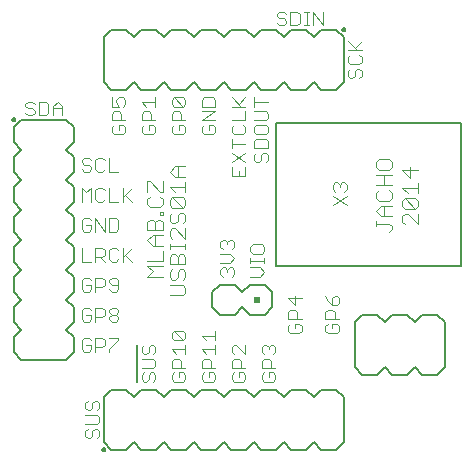
<source format=gbr>
G75*
G70*
%OFA0B0*%
%FSLAX24Y24*%
%IPPOS*%
%LPD*%
%AMOC8*
5,1,8,0,0,1.08239X$1,22.5*
%
%ADD10C,0.0040*%
%ADD11C,0.0050*%
%ADD12C,0.0060*%
%ADD13R,0.0200X0.0200*%
D10*
X003776Y003663D02*
X003700Y003740D01*
X003700Y003894D01*
X003776Y003970D01*
X003700Y004124D02*
X004083Y004124D01*
X004160Y004200D01*
X004160Y004354D01*
X004083Y004431D01*
X003700Y004431D01*
X003776Y004584D02*
X003853Y004584D01*
X003930Y004661D01*
X003930Y004814D01*
X004007Y004891D01*
X004083Y004891D01*
X004160Y004814D01*
X004160Y004661D01*
X004083Y004584D01*
X003776Y004584D02*
X003700Y004661D01*
X003700Y004814D01*
X003776Y004891D01*
X004007Y003970D02*
X004083Y003970D01*
X004160Y003894D01*
X004160Y003740D01*
X004083Y003663D01*
X003930Y003740D02*
X003930Y003894D01*
X004007Y003970D01*
X003930Y003740D02*
X003853Y003663D01*
X003776Y003663D01*
X005651Y005538D02*
X005728Y005538D01*
X005805Y005615D01*
X005805Y005769D01*
X005882Y005845D01*
X005958Y005845D01*
X006035Y005769D01*
X006035Y005615D01*
X005958Y005538D01*
X005651Y005538D02*
X005575Y005615D01*
X005575Y005769D01*
X005651Y005845D01*
X005575Y005999D02*
X005958Y005999D01*
X006035Y006075D01*
X006035Y006229D01*
X005958Y006306D01*
X005575Y006306D01*
X005651Y006459D02*
X005728Y006459D01*
X005805Y006536D01*
X005805Y006689D01*
X005882Y006766D01*
X005958Y006766D01*
X006035Y006689D01*
X006035Y006536D01*
X005958Y006459D01*
X005651Y006459D02*
X005575Y006536D01*
X005575Y006689D01*
X005651Y006766D01*
X004803Y006922D02*
X004496Y006615D01*
X004496Y006538D01*
X004266Y006692D02*
X004342Y006769D01*
X004342Y006922D01*
X004266Y006999D01*
X004035Y006999D01*
X004035Y006538D01*
X004035Y006692D02*
X004266Y006692D01*
X004496Y006999D02*
X004803Y006999D01*
X004803Y006922D01*
X004726Y007538D02*
X004573Y007538D01*
X004496Y007615D01*
X004496Y007692D01*
X004573Y007769D01*
X004726Y007769D01*
X004803Y007692D01*
X004803Y007615D01*
X004726Y007538D01*
X004726Y007769D02*
X004803Y007845D01*
X004803Y007922D01*
X004726Y007999D01*
X004573Y007999D01*
X004496Y007922D01*
X004496Y007845D01*
X004573Y007769D01*
X004342Y007769D02*
X004342Y007922D01*
X004266Y007999D01*
X004035Y007999D01*
X004035Y007538D01*
X004035Y007692D02*
X004266Y007692D01*
X004342Y007769D01*
X003882Y007769D02*
X003728Y007769D01*
X003882Y007769D02*
X003882Y007615D01*
X003805Y007538D01*
X003652Y007538D01*
X003575Y007615D01*
X003575Y007922D01*
X003652Y007999D01*
X003805Y007999D01*
X003882Y007922D01*
X003805Y008538D02*
X003652Y008538D01*
X003575Y008615D01*
X003575Y008922D01*
X003652Y008999D01*
X003805Y008999D01*
X003882Y008922D01*
X003882Y008769D02*
X003728Y008769D01*
X003882Y008769D02*
X003882Y008615D01*
X003805Y008538D01*
X004035Y008538D02*
X004035Y008999D01*
X004266Y008999D01*
X004342Y008922D01*
X004342Y008769D01*
X004266Y008692D01*
X004035Y008692D01*
X004496Y008615D02*
X004573Y008538D01*
X004726Y008538D01*
X004803Y008615D01*
X004803Y008922D01*
X004726Y008999D01*
X004573Y008999D01*
X004496Y008922D01*
X004496Y008845D01*
X004573Y008769D01*
X004803Y008769D01*
X004726Y009538D02*
X004573Y009538D01*
X004496Y009615D01*
X004496Y009922D01*
X004573Y009999D01*
X004726Y009999D01*
X004803Y009922D01*
X004956Y009999D02*
X004956Y009538D01*
X004956Y009692D02*
X005263Y009999D01*
X005033Y009769D02*
X005263Y009538D01*
X005765Y009554D02*
X006285Y009554D01*
X006285Y009901D01*
X006285Y010070D02*
X005938Y010070D01*
X005765Y010243D01*
X005938Y010417D01*
X006285Y010417D01*
X006285Y010585D02*
X006285Y010845D01*
X006198Y010932D01*
X006112Y010932D01*
X006025Y010845D01*
X006025Y010585D01*
X006025Y010417D02*
X006025Y010070D01*
X006515Y010047D02*
X007035Y010047D01*
X007035Y009960D02*
X007035Y010134D01*
X007035Y010304D02*
X006688Y010651D01*
X006601Y010651D01*
X006515Y010564D01*
X006515Y010391D01*
X006601Y010304D01*
X006515Y010134D02*
X006515Y009960D01*
X006601Y009792D02*
X006515Y009705D01*
X006515Y009445D01*
X007035Y009445D01*
X007035Y009705D01*
X006948Y009792D01*
X006862Y009792D01*
X006775Y009705D01*
X006775Y009445D01*
X006862Y009276D02*
X006948Y009276D01*
X007035Y009189D01*
X007035Y009016D01*
X006948Y008929D01*
X006948Y008760D02*
X006515Y008760D01*
X006601Y008929D02*
X006515Y009016D01*
X006515Y009189D01*
X006601Y009276D01*
X006775Y009189D02*
X006775Y009016D01*
X006688Y008929D01*
X006601Y008929D01*
X006775Y009189D02*
X006862Y009276D01*
X006948Y008760D02*
X007035Y008674D01*
X007035Y008500D01*
X006948Y008413D01*
X006515Y008413D01*
X006285Y009038D02*
X005765Y009038D01*
X005938Y009212D01*
X005765Y009385D01*
X006285Y009385D01*
X006601Y009792D02*
X006688Y009792D01*
X006775Y009705D01*
X007035Y010304D02*
X007035Y010651D01*
X006948Y010820D02*
X007035Y010906D01*
X007035Y011080D01*
X006948Y011167D01*
X006862Y011167D01*
X006775Y011080D01*
X006775Y010906D01*
X006688Y010820D01*
X006601Y010820D01*
X006515Y010906D01*
X006515Y011080D01*
X006601Y011167D01*
X006601Y011335D02*
X006515Y011422D01*
X006515Y011595D01*
X006601Y011682D01*
X006948Y011335D01*
X007035Y011422D01*
X007035Y011595D01*
X006948Y011682D01*
X006601Y011682D01*
X006688Y011851D02*
X006515Y012024D01*
X007035Y012024D01*
X007035Y011851D02*
X007035Y012198D01*
X007035Y012367D02*
X006688Y012367D01*
X006515Y012540D01*
X006688Y012714D01*
X007035Y012714D01*
X006775Y012714D02*
X006775Y012367D01*
X006285Y012221D02*
X006285Y011874D01*
X006198Y011874D01*
X005851Y012221D01*
X005765Y012221D01*
X005765Y011874D01*
X005851Y011706D02*
X005765Y011619D01*
X005765Y011445D01*
X005851Y011359D01*
X006198Y011359D01*
X006285Y011445D01*
X006285Y011619D01*
X006198Y011706D01*
X006601Y011335D02*
X006948Y011335D01*
X006285Y011188D02*
X006285Y011101D01*
X006198Y011101D01*
X006198Y011188D01*
X006285Y011188D01*
X006025Y010845D02*
X005938Y010932D01*
X005851Y010932D01*
X005765Y010845D01*
X005765Y010585D01*
X006285Y010585D01*
X005263Y011538D02*
X005033Y011769D01*
X004956Y011692D02*
X005263Y011999D01*
X004956Y011999D02*
X004956Y011538D01*
X004803Y011538D02*
X004496Y011538D01*
X004496Y011999D01*
X004342Y011922D02*
X004266Y011999D01*
X004112Y011999D01*
X004035Y011922D01*
X004035Y011615D01*
X004112Y011538D01*
X004266Y011538D01*
X004342Y011615D01*
X003882Y011538D02*
X003882Y011999D01*
X003728Y011845D01*
X003575Y011999D01*
X003575Y011538D01*
X003652Y010999D02*
X003575Y010922D01*
X003575Y010615D01*
X003652Y010538D01*
X003805Y010538D01*
X003882Y010615D01*
X003882Y010769D01*
X003728Y010769D01*
X003882Y010922D02*
X003805Y010999D01*
X003652Y010999D01*
X004035Y010999D02*
X004342Y010538D01*
X004342Y010999D01*
X004496Y010999D02*
X004726Y010999D01*
X004803Y010922D01*
X004803Y010615D01*
X004726Y010538D01*
X004496Y010538D01*
X004496Y010999D01*
X004035Y010999D02*
X004035Y010538D01*
X004035Y009999D02*
X004266Y009999D01*
X004342Y009922D01*
X004342Y009769D01*
X004266Y009692D01*
X004035Y009692D01*
X004035Y009538D02*
X004035Y009999D01*
X004189Y009692D02*
X004342Y009538D01*
X004726Y009538D02*
X004803Y009615D01*
X003882Y009538D02*
X003575Y009538D01*
X003575Y009999D01*
X003652Y012538D02*
X003575Y012615D01*
X003652Y012538D02*
X003805Y012538D01*
X003882Y012615D01*
X003882Y012692D01*
X003805Y012769D01*
X003652Y012769D01*
X003575Y012845D01*
X003575Y012922D01*
X003652Y012999D01*
X003805Y012999D01*
X003882Y012922D01*
X004035Y012922D02*
X004035Y012615D01*
X004112Y012538D01*
X004266Y012538D01*
X004342Y012615D01*
X004496Y012538D02*
X004803Y012538D01*
X004496Y012538D02*
X004496Y012999D01*
X004342Y012922D02*
X004266Y012999D01*
X004112Y012999D01*
X004035Y012922D01*
X004651Y013782D02*
X004958Y013782D01*
X005035Y013859D01*
X005035Y014012D01*
X004958Y014089D01*
X004805Y014089D01*
X004805Y013936D01*
X004651Y014089D02*
X004575Y014012D01*
X004575Y013859D01*
X004651Y013782D01*
X004575Y014243D02*
X004575Y014473D01*
X004651Y014549D01*
X004805Y014549D01*
X004882Y014473D01*
X004882Y014243D01*
X005035Y014243D02*
X004575Y014243D01*
X004575Y014703D02*
X004805Y014703D01*
X004728Y014856D01*
X004728Y014933D01*
X004805Y015010D01*
X004958Y015010D01*
X005035Y014933D01*
X005035Y014780D01*
X004958Y014703D01*
X004575Y014703D02*
X004575Y015010D01*
X005575Y014856D02*
X006035Y014856D01*
X006035Y014703D02*
X006035Y015010D01*
X005728Y014703D02*
X005575Y014856D01*
X005651Y014549D02*
X005805Y014549D01*
X005882Y014473D01*
X005882Y014243D01*
X006035Y014243D02*
X005575Y014243D01*
X005575Y014473D01*
X005651Y014549D01*
X005651Y014089D02*
X005575Y014012D01*
X005575Y013859D01*
X005651Y013782D01*
X005958Y013782D01*
X006035Y013859D01*
X006035Y014012D01*
X005958Y014089D01*
X005805Y014089D01*
X005805Y013936D01*
X006575Y014012D02*
X006575Y013859D01*
X006651Y013782D01*
X006958Y013782D01*
X007035Y013859D01*
X007035Y014012D01*
X006958Y014089D01*
X006805Y014089D01*
X006805Y013936D01*
X006651Y014089D02*
X006575Y014012D01*
X006575Y014243D02*
X006575Y014473D01*
X006651Y014549D01*
X006805Y014549D01*
X006882Y014473D01*
X006882Y014243D01*
X007035Y014243D02*
X006575Y014243D01*
X006651Y014703D02*
X006575Y014780D01*
X006575Y014933D01*
X006651Y015010D01*
X006958Y014703D01*
X007035Y014780D01*
X007035Y014933D01*
X006958Y015010D01*
X006651Y015010D01*
X006651Y014703D02*
X006958Y014703D01*
X007575Y014703D02*
X007575Y014933D01*
X007651Y015010D01*
X007958Y015010D01*
X008035Y014933D01*
X008035Y014703D01*
X007575Y014703D01*
X007575Y014549D02*
X008035Y014549D01*
X007575Y014243D01*
X008035Y014243D01*
X007958Y014089D02*
X007805Y014089D01*
X007805Y013936D01*
X007958Y014089D02*
X008035Y014012D01*
X008035Y013859D01*
X007958Y013782D01*
X007651Y013782D01*
X007575Y013859D01*
X007575Y014012D01*
X007651Y014089D01*
X008575Y014012D02*
X008575Y013859D01*
X008651Y013782D01*
X008958Y013782D01*
X009035Y013859D01*
X009035Y014012D01*
X008958Y014089D01*
X009035Y014243D02*
X009035Y014549D01*
X009035Y014703D02*
X008575Y014703D01*
X008882Y014703D02*
X008575Y015010D01*
X008805Y014780D02*
X009035Y015010D01*
X009325Y015010D02*
X009325Y014703D01*
X009325Y014856D02*
X009785Y014856D01*
X009708Y014549D02*
X009325Y014549D01*
X009325Y014243D02*
X009708Y014243D01*
X009785Y014319D01*
X009785Y014473D01*
X009708Y014549D01*
X009708Y014089D02*
X009401Y014089D01*
X009325Y014012D01*
X009325Y013859D01*
X009401Y013782D01*
X009708Y013782D01*
X009785Y013859D01*
X009785Y014012D01*
X009708Y014089D01*
X009708Y013629D02*
X009401Y013629D01*
X009325Y013552D01*
X009325Y013322D01*
X009785Y013322D01*
X009785Y013552D01*
X009708Y013629D01*
X009708Y013168D02*
X009785Y013092D01*
X009785Y012938D01*
X009708Y012861D01*
X009555Y012938D02*
X009555Y013092D01*
X009632Y013168D01*
X009708Y013168D01*
X009555Y012938D02*
X009478Y012861D01*
X009401Y012861D01*
X009325Y012938D01*
X009325Y013092D01*
X009401Y013168D01*
X009035Y013168D02*
X008575Y012861D01*
X008575Y012708D02*
X008575Y012401D01*
X009035Y012401D01*
X009035Y012708D01*
X009035Y012861D02*
X008575Y013168D01*
X008575Y013322D02*
X008575Y013629D01*
X008575Y013475D02*
X009035Y013475D01*
X008575Y014012D02*
X008651Y014089D01*
X008575Y014243D02*
X009035Y014243D01*
X008805Y012554D02*
X008805Y012401D01*
X008583Y010266D02*
X008660Y010189D01*
X008660Y010036D01*
X008583Y009959D01*
X008507Y009806D02*
X008200Y009806D01*
X008276Y009959D02*
X008200Y010036D01*
X008200Y010189D01*
X008276Y010266D01*
X008353Y010266D01*
X008430Y010189D01*
X008507Y010266D01*
X008583Y010266D01*
X008430Y010189D02*
X008430Y010113D01*
X008507Y009806D02*
X008660Y009652D01*
X008507Y009499D01*
X008200Y009499D01*
X008276Y009345D02*
X008353Y009345D01*
X008430Y009269D01*
X008507Y009345D01*
X008583Y009345D01*
X008660Y009269D01*
X008660Y009115D01*
X008583Y009038D01*
X008430Y009192D02*
X008430Y009269D01*
X008276Y009345D02*
X008200Y009269D01*
X008200Y009115D01*
X008276Y009038D01*
X009200Y009038D02*
X009507Y009038D01*
X009660Y009192D01*
X009507Y009345D01*
X009200Y009345D01*
X009200Y009499D02*
X009200Y009652D01*
X009200Y009575D02*
X009660Y009575D01*
X009660Y009499D02*
X009660Y009652D01*
X009583Y009806D02*
X009660Y009882D01*
X009660Y010036D01*
X009583Y010113D01*
X009276Y010113D01*
X009200Y010036D01*
X009200Y009882D01*
X009276Y009806D01*
X009583Y009806D01*
X010680Y008391D02*
X010680Y008084D01*
X010450Y008314D01*
X010910Y008314D01*
X010680Y007931D02*
X010526Y007931D01*
X010450Y007854D01*
X010450Y007624D01*
X010910Y007624D01*
X010757Y007624D02*
X010757Y007854D01*
X010680Y007931D01*
X010680Y007470D02*
X010680Y007317D01*
X010680Y007470D02*
X010833Y007470D01*
X010910Y007394D01*
X010910Y007240D01*
X010833Y007163D01*
X010526Y007163D01*
X010450Y007240D01*
X010450Y007394D01*
X010526Y007470D01*
X009958Y006766D02*
X009882Y006766D01*
X009805Y006689D01*
X009805Y006613D01*
X009805Y006689D02*
X009728Y006766D01*
X009651Y006766D01*
X009575Y006689D01*
X009575Y006536D01*
X009651Y006459D01*
X009651Y006306D02*
X009805Y006306D01*
X009882Y006229D01*
X009882Y005999D01*
X010035Y005999D02*
X009575Y005999D01*
X009575Y006229D01*
X009651Y006306D01*
X009958Y006459D02*
X010035Y006536D01*
X010035Y006689D01*
X009958Y006766D01*
X009958Y005845D02*
X009805Y005845D01*
X009805Y005692D01*
X009958Y005845D02*
X010035Y005769D01*
X010035Y005615D01*
X009958Y005538D01*
X009651Y005538D01*
X009575Y005615D01*
X009575Y005769D01*
X009651Y005845D01*
X009035Y005769D02*
X009035Y005615D01*
X008958Y005538D01*
X008651Y005538D01*
X008575Y005615D01*
X008575Y005769D01*
X008651Y005845D01*
X008805Y005845D02*
X008805Y005692D01*
X008805Y005845D02*
X008958Y005845D01*
X009035Y005769D01*
X009035Y005999D02*
X008575Y005999D01*
X008575Y006229D01*
X008651Y006306D01*
X008805Y006306D01*
X008882Y006229D01*
X008882Y005999D01*
X009035Y006459D02*
X008728Y006766D01*
X008651Y006766D01*
X008575Y006689D01*
X008575Y006536D01*
X008651Y006459D01*
X009035Y006459D02*
X009035Y006766D01*
X008035Y006766D02*
X008035Y006459D01*
X008035Y006613D02*
X007575Y006613D01*
X007728Y006459D01*
X007651Y006306D02*
X007805Y006306D01*
X007882Y006229D01*
X007882Y005999D01*
X008035Y005999D02*
X007575Y005999D01*
X007575Y006229D01*
X007651Y006306D01*
X007651Y005845D02*
X007575Y005769D01*
X007575Y005615D01*
X007651Y005538D01*
X007958Y005538D01*
X008035Y005615D01*
X008035Y005769D01*
X007958Y005845D01*
X007805Y005845D01*
X007805Y005692D01*
X007035Y005615D02*
X007035Y005769D01*
X006958Y005845D01*
X006805Y005845D01*
X006805Y005692D01*
X006651Y005845D02*
X006575Y005769D01*
X006575Y005615D01*
X006651Y005538D01*
X006958Y005538D01*
X007035Y005615D01*
X007035Y005999D02*
X006575Y005999D01*
X006575Y006229D01*
X006651Y006306D01*
X006805Y006306D01*
X006882Y006229D01*
X006882Y005999D01*
X007035Y006459D02*
X007035Y006766D01*
X007035Y006613D02*
X006575Y006613D01*
X006728Y006459D01*
X006651Y006919D02*
X006575Y006996D01*
X006575Y007150D01*
X006651Y007226D01*
X006958Y006919D01*
X007035Y006996D01*
X007035Y007150D01*
X006958Y007226D01*
X006651Y007226D01*
X006651Y006919D02*
X006958Y006919D01*
X007575Y007073D02*
X008035Y007073D01*
X008035Y007226D02*
X008035Y006919D01*
X007728Y006919D02*
X007575Y007073D01*
X003882Y006922D02*
X003805Y006999D01*
X003652Y006999D01*
X003575Y006922D01*
X003575Y006615D01*
X003652Y006538D01*
X003805Y006538D01*
X003882Y006615D01*
X003882Y006769D01*
X003728Y006769D01*
X002928Y014413D02*
X002928Y014720D01*
X002774Y014874D01*
X002621Y014720D01*
X002621Y014413D01*
X002467Y014490D02*
X002467Y014797D01*
X002391Y014874D01*
X002160Y014874D01*
X002160Y014413D01*
X002391Y014413D01*
X002467Y014490D01*
X002621Y014644D02*
X002928Y014644D01*
X002007Y014567D02*
X002007Y014490D01*
X001930Y014413D01*
X001777Y014413D01*
X001700Y014490D01*
X001777Y014644D02*
X001930Y014644D01*
X002007Y014567D01*
X002007Y014797D02*
X001930Y014874D01*
X001777Y014874D01*
X001700Y014797D01*
X001700Y014720D01*
X001777Y014644D01*
X010075Y017490D02*
X010152Y017413D01*
X010305Y017413D01*
X010382Y017490D01*
X010382Y017567D01*
X010305Y017644D01*
X010152Y017644D01*
X010075Y017720D01*
X010075Y017797D01*
X010152Y017874D01*
X010305Y017874D01*
X010382Y017797D01*
X010535Y017874D02*
X010766Y017874D01*
X010842Y017797D01*
X010842Y017490D01*
X010766Y017413D01*
X010535Y017413D01*
X010535Y017874D01*
X010996Y017874D02*
X011149Y017874D01*
X011073Y017874D02*
X011073Y017413D01*
X011149Y017413D02*
X010996Y017413D01*
X011303Y017413D02*
X011303Y017874D01*
X011610Y017413D01*
X011610Y017874D01*
X012450Y016885D02*
X012757Y016578D01*
X012680Y016655D02*
X012910Y016885D01*
X012910Y016578D02*
X012450Y016578D01*
X012526Y016424D02*
X012450Y016348D01*
X012450Y016194D01*
X012526Y016118D01*
X012833Y016118D01*
X012910Y016194D01*
X012910Y016348D01*
X012833Y016424D01*
X012833Y015964D02*
X012910Y015887D01*
X012910Y015734D01*
X012833Y015657D01*
X012680Y015734D02*
X012680Y015887D01*
X012757Y015964D01*
X012833Y015964D01*
X012680Y015734D02*
X012603Y015657D01*
X012526Y015657D01*
X012450Y015734D01*
X012450Y015887D01*
X012526Y015964D01*
X013476Y012948D02*
X013390Y012861D01*
X013390Y012688D01*
X013476Y012601D01*
X013823Y012601D01*
X013910Y012688D01*
X013910Y012861D01*
X013823Y012948D01*
X013476Y012948D01*
X013390Y012432D02*
X013910Y012432D01*
X013650Y012432D02*
X013650Y012085D01*
X013823Y011917D02*
X013910Y011830D01*
X013910Y011656D01*
X013823Y011570D01*
X013476Y011570D01*
X013390Y011656D01*
X013390Y011830D01*
X013476Y011917D01*
X013390Y012085D02*
X013910Y012085D01*
X014265Y011993D02*
X014785Y011993D01*
X014785Y011820D02*
X014785Y012167D01*
X014525Y012335D02*
X014525Y012682D01*
X014785Y012595D02*
X014265Y012595D01*
X014525Y012335D01*
X014265Y011993D02*
X014438Y011820D01*
X014351Y011651D02*
X014698Y011304D01*
X014785Y011391D01*
X014785Y011564D01*
X014698Y011651D01*
X014351Y011651D01*
X014265Y011564D01*
X014265Y011391D01*
X014351Y011304D01*
X014698Y011304D01*
X014785Y011135D02*
X014785Y010788D01*
X014438Y011135D01*
X014351Y011135D01*
X014265Y011049D01*
X014265Y010875D01*
X014351Y010788D01*
X013910Y010712D02*
X013823Y010799D01*
X013390Y010799D01*
X013390Y010885D02*
X013390Y010712D01*
X013563Y011054D02*
X013390Y011227D01*
X013563Y011401D01*
X013910Y011401D01*
X013650Y011401D02*
X013650Y011054D01*
X013563Y011054D02*
X013910Y011054D01*
X013910Y010712D02*
X013910Y010625D01*
X013823Y010538D01*
X012410Y011413D02*
X011950Y011720D01*
X012026Y011874D02*
X011950Y011950D01*
X011950Y012104D01*
X012026Y012181D01*
X012103Y012181D01*
X012180Y012104D01*
X012257Y012181D01*
X012333Y012181D01*
X012410Y012104D01*
X012410Y011950D01*
X012333Y011874D01*
X012410Y011720D02*
X011950Y011413D01*
X012180Y012027D02*
X012180Y012104D01*
X012083Y008391D02*
X012007Y008391D01*
X011930Y008314D01*
X011930Y008084D01*
X012083Y008084D01*
X012160Y008161D01*
X012160Y008314D01*
X012083Y008391D01*
X011776Y008238D02*
X011930Y008084D01*
X011930Y007931D02*
X011776Y007931D01*
X011700Y007854D01*
X011700Y007624D01*
X012160Y007624D01*
X012007Y007624D02*
X012007Y007854D01*
X011930Y007931D01*
X011776Y008238D02*
X011700Y008391D01*
X011776Y007470D02*
X011700Y007394D01*
X011700Y007240D01*
X011776Y007163D01*
X012083Y007163D01*
X012160Y007240D01*
X012160Y007394D01*
X012083Y007470D01*
X011930Y007470D01*
X011930Y007317D01*
D11*
X010054Y009386D02*
X016235Y009386D01*
X016235Y014150D01*
X010054Y014150D01*
X010054Y009386D01*
X005430Y006768D02*
X005430Y005518D01*
X004255Y003268D02*
X004257Y003281D01*
X004262Y003294D01*
X004271Y003305D01*
X004282Y003312D01*
X004295Y003317D01*
X004308Y003318D01*
X004322Y003315D01*
X004334Y003309D01*
X004344Y003300D01*
X004351Y003288D01*
X004355Y003275D01*
X004355Y003261D01*
X004351Y003248D01*
X004344Y003236D01*
X004334Y003227D01*
X004322Y003221D01*
X004308Y003218D01*
X004295Y003219D01*
X004282Y003224D01*
X004271Y003231D01*
X004262Y003242D01*
X004257Y003255D01*
X004255Y003268D01*
X001255Y014268D02*
X001257Y014281D01*
X001262Y014294D01*
X001271Y014305D01*
X001282Y014312D01*
X001295Y014317D01*
X001308Y014318D01*
X001322Y014315D01*
X001334Y014309D01*
X001344Y014300D01*
X001351Y014288D01*
X001355Y014275D01*
X001355Y014261D01*
X001351Y014248D01*
X001344Y014236D01*
X001334Y014227D01*
X001322Y014221D01*
X001308Y014218D01*
X001295Y014219D01*
X001282Y014224D01*
X001271Y014231D01*
X001262Y014242D01*
X001257Y014255D01*
X001255Y014268D01*
X012255Y017268D02*
X012257Y017281D01*
X012262Y017294D01*
X012271Y017305D01*
X012282Y017312D01*
X012295Y017317D01*
X012308Y017318D01*
X012322Y017315D01*
X012334Y017309D01*
X012344Y017300D01*
X012351Y017288D01*
X012355Y017275D01*
X012355Y017261D01*
X012351Y017248D01*
X012344Y017236D01*
X012334Y017227D01*
X012322Y017221D01*
X012308Y017218D01*
X012295Y017219D01*
X012282Y017224D01*
X012271Y017231D01*
X012262Y017242D01*
X012257Y017255D01*
X012255Y017268D01*
D12*
X012055Y017268D02*
X012305Y017018D01*
X012305Y015518D01*
X012055Y015268D01*
X011555Y015268D01*
X011305Y015518D01*
X011055Y015268D01*
X010555Y015268D01*
X010305Y015518D01*
X010055Y015268D01*
X009555Y015268D01*
X009305Y015518D01*
X009055Y015268D01*
X008555Y015268D01*
X008305Y015518D01*
X008055Y015268D01*
X007555Y015268D01*
X007305Y015518D01*
X007055Y015268D01*
X006555Y015268D01*
X006305Y015518D01*
X006055Y015268D01*
X005555Y015268D01*
X005305Y015518D01*
X005055Y015268D01*
X004555Y015268D01*
X004305Y015518D01*
X004305Y017018D01*
X004555Y017268D01*
X005055Y017268D01*
X005305Y017018D01*
X005555Y017268D01*
X006055Y017268D01*
X006305Y017018D01*
X006555Y017268D01*
X007055Y017268D01*
X007305Y017018D01*
X007555Y017268D01*
X008055Y017268D01*
X008305Y017018D01*
X008555Y017268D01*
X009055Y017268D01*
X009305Y017018D01*
X009555Y017268D01*
X010055Y017268D01*
X010305Y017018D01*
X010555Y017268D01*
X011055Y017268D01*
X011305Y017018D01*
X011555Y017268D01*
X012055Y017268D01*
X009680Y008768D02*
X009180Y008768D01*
X008930Y008518D01*
X008680Y008768D01*
X008180Y008768D01*
X007930Y008518D01*
X007930Y008018D01*
X008180Y007768D01*
X008680Y007768D01*
X008930Y008018D01*
X009180Y007768D01*
X009680Y007768D01*
X009930Y008018D01*
X009930Y008518D01*
X009680Y008768D01*
X012680Y007518D02*
X012680Y006018D01*
X012930Y005768D01*
X013430Y005768D01*
X013680Y006018D01*
X013930Y005768D01*
X014430Y005768D01*
X014680Y006018D01*
X014930Y005768D01*
X015430Y005768D01*
X015680Y006018D01*
X015680Y007518D01*
X015430Y007768D01*
X014930Y007768D01*
X014680Y007518D01*
X014430Y007768D01*
X013930Y007768D01*
X013680Y007518D01*
X013430Y007768D01*
X012930Y007768D01*
X012680Y007518D01*
X012055Y005268D02*
X011555Y005268D01*
X011305Y005018D01*
X011055Y005268D01*
X010555Y005268D01*
X010305Y005018D01*
X010055Y005268D01*
X009555Y005268D01*
X009305Y005018D01*
X009055Y005268D01*
X008555Y005268D01*
X008305Y005018D01*
X008055Y005268D01*
X007555Y005268D01*
X007305Y005018D01*
X007055Y005268D01*
X006555Y005268D01*
X006305Y005018D01*
X006055Y005268D01*
X005555Y005268D01*
X005305Y005018D01*
X005055Y005268D01*
X004555Y005268D01*
X004305Y005018D01*
X004305Y003518D01*
X004555Y003268D01*
X005055Y003268D01*
X005305Y003518D01*
X005555Y003268D01*
X006055Y003268D01*
X006305Y003518D01*
X006555Y003268D01*
X007055Y003268D01*
X007305Y003518D01*
X007555Y003268D01*
X008055Y003268D01*
X008305Y003518D01*
X008555Y003268D01*
X009055Y003268D01*
X009305Y003518D01*
X009555Y003268D01*
X010055Y003268D01*
X010305Y003518D01*
X010555Y003268D01*
X011055Y003268D01*
X011305Y003518D01*
X011555Y003268D01*
X012055Y003268D01*
X012305Y003518D01*
X012305Y005018D01*
X012055Y005268D01*
X003305Y006518D02*
X003055Y006268D01*
X001555Y006268D01*
X001305Y006518D01*
X001305Y007018D01*
X001555Y007268D01*
X001305Y007518D01*
X001305Y008018D01*
X001555Y008268D01*
X001305Y008518D01*
X001305Y009018D01*
X001555Y009268D01*
X001305Y009518D01*
X001305Y010018D01*
X001555Y010268D01*
X001305Y010518D01*
X001305Y011018D01*
X001555Y011268D01*
X001305Y011518D01*
X001305Y012018D01*
X001555Y012268D01*
X001305Y012518D01*
X001305Y013018D01*
X001555Y013268D01*
X001305Y013518D01*
X001305Y014018D01*
X001555Y014268D01*
X003055Y014268D01*
X003305Y014018D01*
X003305Y013518D01*
X003055Y013268D01*
X003305Y013018D01*
X003305Y012518D01*
X003055Y012268D01*
X003305Y012018D01*
X003305Y011518D01*
X003055Y011268D01*
X003305Y011018D01*
X003305Y010518D01*
X003055Y010268D01*
X003305Y010018D01*
X003305Y009518D01*
X003055Y009268D01*
X003305Y009018D01*
X003305Y008518D01*
X003055Y008268D01*
X003305Y008018D01*
X003305Y007518D01*
X003055Y007268D01*
X003305Y007018D01*
X003305Y006518D01*
D13*
X009430Y008268D03*
M02*

</source>
